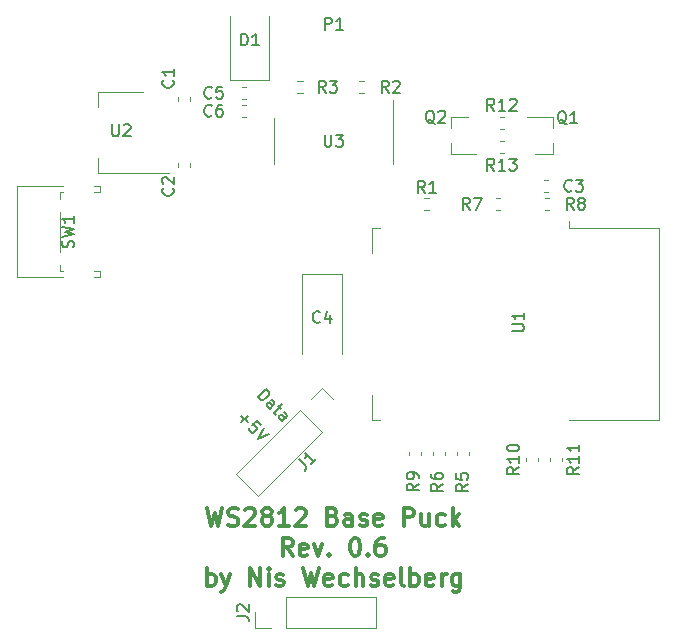
<source format=gbr>
%TF.GenerationSoftware,KiCad,Pcbnew,5.1.10-88a1d61d58~90~ubuntu20.04.1*%
%TF.CreationDate,2021-10-14T14:02:12+02:00*%
%TF.ProjectId,ESP8266-WS2812-Puck,45535038-3236-4362-9d57-53323831322d,rev?*%
%TF.SameCoordinates,Original*%
%TF.FileFunction,Legend,Top*%
%TF.FilePolarity,Positive*%
%FSLAX46Y46*%
G04 Gerber Fmt 4.6, Leading zero omitted, Abs format (unit mm)*
G04 Created by KiCad (PCBNEW 5.1.10-88a1d61d58~90~ubuntu20.04.1) date 2021-10-14 14:02:12*
%MOMM*%
%LPD*%
G01*
G04 APERTURE LIST*
%ADD10C,0.150000*%
%ADD11C,0.300000*%
%ADD12C,0.120000*%
G04 APERTURE END LIST*
D10*
X143433129Y-102670893D02*
X144140236Y-101963786D01*
X144308595Y-102132145D01*
X144375938Y-102266832D01*
X144375938Y-102401519D01*
X144342267Y-102502534D01*
X144241251Y-102670893D01*
X144140236Y-102771908D01*
X143971877Y-102872923D01*
X143870862Y-102906595D01*
X143736175Y-102906595D01*
X143601488Y-102839251D01*
X143433129Y-102670893D01*
X144443282Y-103681045D02*
X144813671Y-103310656D01*
X144847343Y-103209641D01*
X144813671Y-103108625D01*
X144678984Y-102973938D01*
X144577969Y-102940267D01*
X144476954Y-103647374D02*
X144375938Y-103613702D01*
X144207580Y-103445343D01*
X144173908Y-103344328D01*
X144207580Y-103243312D01*
X144274923Y-103175969D01*
X144375938Y-103142297D01*
X144476954Y-103175969D01*
X144645312Y-103344328D01*
X144746328Y-103378000D01*
X145150389Y-103445343D02*
X145419763Y-103714717D01*
X145487106Y-103310656D02*
X144881015Y-103916748D01*
X144847343Y-104017763D01*
X144881015Y-104118778D01*
X144948358Y-104186122D01*
X145487106Y-104724870D02*
X145857496Y-104354480D01*
X145891167Y-104253465D01*
X145857496Y-104152450D01*
X145722809Y-104017763D01*
X145621793Y-103984091D01*
X145520778Y-104691198D02*
X145419763Y-104657526D01*
X145251404Y-104489167D01*
X145217732Y-104388152D01*
X145251404Y-104287137D01*
X145318748Y-104219793D01*
X145419763Y-104186122D01*
X145520778Y-104219793D01*
X145689137Y-104388152D01*
X145790152Y-104421824D01*
X142042355Y-104297370D02*
X142581103Y-104836118D01*
X142042355Y-104836118D02*
X142581103Y-104297370D01*
X143692270Y-105071820D02*
X143355553Y-104735103D01*
X142985164Y-105038148D01*
X143052507Y-105038148D01*
X143153522Y-105071820D01*
X143321881Y-105240179D01*
X143355553Y-105341194D01*
X143355553Y-105408538D01*
X143321881Y-105509553D01*
X143153522Y-105677912D01*
X143052507Y-105711583D01*
X142985164Y-105711583D01*
X142884148Y-105677912D01*
X142715790Y-105509553D01*
X142682118Y-105408538D01*
X142682118Y-105341194D01*
X143927973Y-105307522D02*
X143456568Y-106250331D01*
X144399377Y-105778927D01*
D11*
X139145714Y-112071571D02*
X139502857Y-113571571D01*
X139788571Y-112500142D01*
X140074285Y-113571571D01*
X140431428Y-112071571D01*
X140931428Y-113500142D02*
X141145714Y-113571571D01*
X141502857Y-113571571D01*
X141645714Y-113500142D01*
X141717142Y-113428714D01*
X141788571Y-113285857D01*
X141788571Y-113143000D01*
X141717142Y-113000142D01*
X141645714Y-112928714D01*
X141502857Y-112857285D01*
X141217142Y-112785857D01*
X141074285Y-112714428D01*
X141002857Y-112643000D01*
X140931428Y-112500142D01*
X140931428Y-112357285D01*
X141002857Y-112214428D01*
X141074285Y-112143000D01*
X141217142Y-112071571D01*
X141574285Y-112071571D01*
X141788571Y-112143000D01*
X142360000Y-112214428D02*
X142431428Y-112143000D01*
X142574285Y-112071571D01*
X142931428Y-112071571D01*
X143074285Y-112143000D01*
X143145714Y-112214428D01*
X143217142Y-112357285D01*
X143217142Y-112500142D01*
X143145714Y-112714428D01*
X142288571Y-113571571D01*
X143217142Y-113571571D01*
X144074285Y-112714428D02*
X143931428Y-112643000D01*
X143860000Y-112571571D01*
X143788571Y-112428714D01*
X143788571Y-112357285D01*
X143860000Y-112214428D01*
X143931428Y-112143000D01*
X144074285Y-112071571D01*
X144360000Y-112071571D01*
X144502857Y-112143000D01*
X144574285Y-112214428D01*
X144645714Y-112357285D01*
X144645714Y-112428714D01*
X144574285Y-112571571D01*
X144502857Y-112643000D01*
X144360000Y-112714428D01*
X144074285Y-112714428D01*
X143931428Y-112785857D01*
X143860000Y-112857285D01*
X143788571Y-113000142D01*
X143788571Y-113285857D01*
X143860000Y-113428714D01*
X143931428Y-113500142D01*
X144074285Y-113571571D01*
X144360000Y-113571571D01*
X144502857Y-113500142D01*
X144574285Y-113428714D01*
X144645714Y-113285857D01*
X144645714Y-113000142D01*
X144574285Y-112857285D01*
X144502857Y-112785857D01*
X144360000Y-112714428D01*
X146074285Y-113571571D02*
X145217142Y-113571571D01*
X145645714Y-113571571D02*
X145645714Y-112071571D01*
X145502857Y-112285857D01*
X145360000Y-112428714D01*
X145217142Y-112500142D01*
X146645714Y-112214428D02*
X146717142Y-112143000D01*
X146860000Y-112071571D01*
X147217142Y-112071571D01*
X147360000Y-112143000D01*
X147431428Y-112214428D01*
X147502857Y-112357285D01*
X147502857Y-112500142D01*
X147431428Y-112714428D01*
X146574285Y-113571571D01*
X147502857Y-113571571D01*
X149788571Y-112785857D02*
X150002857Y-112857285D01*
X150074285Y-112928714D01*
X150145714Y-113071571D01*
X150145714Y-113285857D01*
X150074285Y-113428714D01*
X150002857Y-113500142D01*
X149860000Y-113571571D01*
X149288571Y-113571571D01*
X149288571Y-112071571D01*
X149788571Y-112071571D01*
X149931428Y-112143000D01*
X150002857Y-112214428D01*
X150074285Y-112357285D01*
X150074285Y-112500142D01*
X150002857Y-112643000D01*
X149931428Y-112714428D01*
X149788571Y-112785857D01*
X149288571Y-112785857D01*
X151431428Y-113571571D02*
X151431428Y-112785857D01*
X151360000Y-112643000D01*
X151217142Y-112571571D01*
X150931428Y-112571571D01*
X150788571Y-112643000D01*
X151431428Y-113500142D02*
X151288571Y-113571571D01*
X150931428Y-113571571D01*
X150788571Y-113500142D01*
X150717142Y-113357285D01*
X150717142Y-113214428D01*
X150788571Y-113071571D01*
X150931428Y-113000142D01*
X151288571Y-113000142D01*
X151431428Y-112928714D01*
X152074285Y-113500142D02*
X152217142Y-113571571D01*
X152502857Y-113571571D01*
X152645714Y-113500142D01*
X152717142Y-113357285D01*
X152717142Y-113285857D01*
X152645714Y-113143000D01*
X152502857Y-113071571D01*
X152288571Y-113071571D01*
X152145714Y-113000142D01*
X152074285Y-112857285D01*
X152074285Y-112785857D01*
X152145714Y-112643000D01*
X152288571Y-112571571D01*
X152502857Y-112571571D01*
X152645714Y-112643000D01*
X153931428Y-113500142D02*
X153788571Y-113571571D01*
X153502857Y-113571571D01*
X153360000Y-113500142D01*
X153288571Y-113357285D01*
X153288571Y-112785857D01*
X153360000Y-112643000D01*
X153502857Y-112571571D01*
X153788571Y-112571571D01*
X153931428Y-112643000D01*
X154002857Y-112785857D01*
X154002857Y-112928714D01*
X153288571Y-113071571D01*
X155788571Y-113571571D02*
X155788571Y-112071571D01*
X156360000Y-112071571D01*
X156502857Y-112143000D01*
X156574285Y-112214428D01*
X156645714Y-112357285D01*
X156645714Y-112571571D01*
X156574285Y-112714428D01*
X156502857Y-112785857D01*
X156360000Y-112857285D01*
X155788571Y-112857285D01*
X157931428Y-112571571D02*
X157931428Y-113571571D01*
X157288571Y-112571571D02*
X157288571Y-113357285D01*
X157360000Y-113500142D01*
X157502857Y-113571571D01*
X157717142Y-113571571D01*
X157860000Y-113500142D01*
X157931428Y-113428714D01*
X159288571Y-113500142D02*
X159145714Y-113571571D01*
X158860000Y-113571571D01*
X158717142Y-113500142D01*
X158645714Y-113428714D01*
X158574285Y-113285857D01*
X158574285Y-112857285D01*
X158645714Y-112714428D01*
X158717142Y-112643000D01*
X158860000Y-112571571D01*
X159145714Y-112571571D01*
X159288571Y-112643000D01*
X159931428Y-113571571D02*
X159931428Y-112071571D01*
X160074285Y-113000142D02*
X160502857Y-113571571D01*
X160502857Y-112571571D02*
X159931428Y-113143000D01*
X146395714Y-116121571D02*
X145895714Y-115407285D01*
X145538571Y-116121571D02*
X145538571Y-114621571D01*
X146110000Y-114621571D01*
X146252857Y-114693000D01*
X146324285Y-114764428D01*
X146395714Y-114907285D01*
X146395714Y-115121571D01*
X146324285Y-115264428D01*
X146252857Y-115335857D01*
X146110000Y-115407285D01*
X145538571Y-115407285D01*
X147610000Y-116050142D02*
X147467142Y-116121571D01*
X147181428Y-116121571D01*
X147038571Y-116050142D01*
X146967142Y-115907285D01*
X146967142Y-115335857D01*
X147038571Y-115193000D01*
X147181428Y-115121571D01*
X147467142Y-115121571D01*
X147610000Y-115193000D01*
X147681428Y-115335857D01*
X147681428Y-115478714D01*
X146967142Y-115621571D01*
X148181428Y-115121571D02*
X148538571Y-116121571D01*
X148895714Y-115121571D01*
X149467142Y-115978714D02*
X149538571Y-116050142D01*
X149467142Y-116121571D01*
X149395714Y-116050142D01*
X149467142Y-115978714D01*
X149467142Y-116121571D01*
X151610000Y-114621571D02*
X151752857Y-114621571D01*
X151895714Y-114693000D01*
X151967142Y-114764428D01*
X152038571Y-114907285D01*
X152110000Y-115193000D01*
X152110000Y-115550142D01*
X152038571Y-115835857D01*
X151967142Y-115978714D01*
X151895714Y-116050142D01*
X151752857Y-116121571D01*
X151610000Y-116121571D01*
X151467142Y-116050142D01*
X151395714Y-115978714D01*
X151324285Y-115835857D01*
X151252857Y-115550142D01*
X151252857Y-115193000D01*
X151324285Y-114907285D01*
X151395714Y-114764428D01*
X151467142Y-114693000D01*
X151610000Y-114621571D01*
X152752857Y-115978714D02*
X152824285Y-116050142D01*
X152752857Y-116121571D01*
X152681428Y-116050142D01*
X152752857Y-115978714D01*
X152752857Y-116121571D01*
X154110000Y-114621571D02*
X153824285Y-114621571D01*
X153681428Y-114693000D01*
X153610000Y-114764428D01*
X153467142Y-114978714D01*
X153395714Y-115264428D01*
X153395714Y-115835857D01*
X153467142Y-115978714D01*
X153538571Y-116050142D01*
X153681428Y-116121571D01*
X153967142Y-116121571D01*
X154110000Y-116050142D01*
X154181428Y-115978714D01*
X154252857Y-115835857D01*
X154252857Y-115478714D01*
X154181428Y-115335857D01*
X154110000Y-115264428D01*
X153967142Y-115193000D01*
X153681428Y-115193000D01*
X153538571Y-115264428D01*
X153467142Y-115335857D01*
X153395714Y-115478714D01*
X139145714Y-118671571D02*
X139145714Y-117171571D01*
X139145714Y-117743000D02*
X139288571Y-117671571D01*
X139574285Y-117671571D01*
X139717142Y-117743000D01*
X139788571Y-117814428D01*
X139860000Y-117957285D01*
X139860000Y-118385857D01*
X139788571Y-118528714D01*
X139717142Y-118600142D01*
X139574285Y-118671571D01*
X139288571Y-118671571D01*
X139145714Y-118600142D01*
X140360000Y-117671571D02*
X140717142Y-118671571D01*
X141074285Y-117671571D02*
X140717142Y-118671571D01*
X140574285Y-119028714D01*
X140502857Y-119100142D01*
X140360000Y-119171571D01*
X142788571Y-118671571D02*
X142788571Y-117171571D01*
X143645714Y-118671571D01*
X143645714Y-117171571D01*
X144360000Y-118671571D02*
X144360000Y-117671571D01*
X144360000Y-117171571D02*
X144288571Y-117243000D01*
X144360000Y-117314428D01*
X144431428Y-117243000D01*
X144360000Y-117171571D01*
X144360000Y-117314428D01*
X145002857Y-118600142D02*
X145145714Y-118671571D01*
X145431428Y-118671571D01*
X145574285Y-118600142D01*
X145645714Y-118457285D01*
X145645714Y-118385857D01*
X145574285Y-118243000D01*
X145431428Y-118171571D01*
X145217142Y-118171571D01*
X145074285Y-118100142D01*
X145002857Y-117957285D01*
X145002857Y-117885857D01*
X145074285Y-117743000D01*
X145217142Y-117671571D01*
X145431428Y-117671571D01*
X145574285Y-117743000D01*
X147288571Y-117171571D02*
X147645714Y-118671571D01*
X147931428Y-117600142D01*
X148217142Y-118671571D01*
X148574285Y-117171571D01*
X149717142Y-118600142D02*
X149574285Y-118671571D01*
X149288571Y-118671571D01*
X149145714Y-118600142D01*
X149074285Y-118457285D01*
X149074285Y-117885857D01*
X149145714Y-117743000D01*
X149288571Y-117671571D01*
X149574285Y-117671571D01*
X149717142Y-117743000D01*
X149788571Y-117885857D01*
X149788571Y-118028714D01*
X149074285Y-118171571D01*
X151074285Y-118600142D02*
X150931428Y-118671571D01*
X150645714Y-118671571D01*
X150502857Y-118600142D01*
X150431428Y-118528714D01*
X150360000Y-118385857D01*
X150360000Y-117957285D01*
X150431428Y-117814428D01*
X150502857Y-117743000D01*
X150645714Y-117671571D01*
X150931428Y-117671571D01*
X151074285Y-117743000D01*
X151717142Y-118671571D02*
X151717142Y-117171571D01*
X152360000Y-118671571D02*
X152360000Y-117885857D01*
X152288571Y-117743000D01*
X152145714Y-117671571D01*
X151931428Y-117671571D01*
X151788571Y-117743000D01*
X151717142Y-117814428D01*
X153002857Y-118600142D02*
X153145714Y-118671571D01*
X153431428Y-118671571D01*
X153574285Y-118600142D01*
X153645714Y-118457285D01*
X153645714Y-118385857D01*
X153574285Y-118243000D01*
X153431428Y-118171571D01*
X153217142Y-118171571D01*
X153074285Y-118100142D01*
X153002857Y-117957285D01*
X153002857Y-117885857D01*
X153074285Y-117743000D01*
X153217142Y-117671571D01*
X153431428Y-117671571D01*
X153574285Y-117743000D01*
X154860000Y-118600142D02*
X154717142Y-118671571D01*
X154431428Y-118671571D01*
X154288571Y-118600142D01*
X154217142Y-118457285D01*
X154217142Y-117885857D01*
X154288571Y-117743000D01*
X154431428Y-117671571D01*
X154717142Y-117671571D01*
X154860000Y-117743000D01*
X154931428Y-117885857D01*
X154931428Y-118028714D01*
X154217142Y-118171571D01*
X155788571Y-118671571D02*
X155645714Y-118600142D01*
X155574285Y-118457285D01*
X155574285Y-117171571D01*
X156360000Y-118671571D02*
X156360000Y-117171571D01*
X156360000Y-117743000D02*
X156502857Y-117671571D01*
X156788571Y-117671571D01*
X156931428Y-117743000D01*
X157002857Y-117814428D01*
X157074285Y-117957285D01*
X157074285Y-118385857D01*
X157002857Y-118528714D01*
X156931428Y-118600142D01*
X156788571Y-118671571D01*
X156502857Y-118671571D01*
X156360000Y-118600142D01*
X158288571Y-118600142D02*
X158145714Y-118671571D01*
X157860000Y-118671571D01*
X157717142Y-118600142D01*
X157645714Y-118457285D01*
X157645714Y-117885857D01*
X157717142Y-117743000D01*
X157860000Y-117671571D01*
X158145714Y-117671571D01*
X158288571Y-117743000D01*
X158360000Y-117885857D01*
X158360000Y-118028714D01*
X157645714Y-118171571D01*
X159002857Y-118671571D02*
X159002857Y-117671571D01*
X159002857Y-117957285D02*
X159074285Y-117814428D01*
X159145714Y-117743000D01*
X159288571Y-117671571D01*
X159431428Y-117671571D01*
X160574285Y-117671571D02*
X160574285Y-118885857D01*
X160502857Y-119028714D01*
X160431428Y-119100142D01*
X160288571Y-119171571D01*
X160074285Y-119171571D01*
X159931428Y-119100142D01*
X160574285Y-118600142D02*
X160431428Y-118671571D01*
X160145714Y-118671571D01*
X160002857Y-118600142D01*
X159931428Y-118528714D01*
X159860000Y-118385857D01*
X159860000Y-117957285D01*
X159931428Y-117814428D01*
X160002857Y-117743000D01*
X160145714Y-117671571D01*
X160431428Y-117671571D01*
X160574285Y-117743000D01*
D12*
%TO.C,SW1*%
X126700000Y-90382000D02*
X126700000Y-86982000D01*
X126700000Y-92022000D02*
X126700000Y-91482000D01*
X129530000Y-84822000D02*
X130040000Y-84822000D01*
X130040000Y-85342000D02*
X130040000Y-84822000D01*
X129530000Y-85342000D02*
X130040000Y-85342000D01*
X126700000Y-85882000D02*
X126700000Y-85342000D01*
X129530000Y-92542000D02*
X130040000Y-92542000D01*
X129530000Y-92022000D02*
X130040000Y-92022000D01*
X126700000Y-85342000D02*
X126930000Y-85342000D01*
X123030000Y-92542000D02*
X126930000Y-92542000D01*
X130040000Y-92542000D02*
X130040000Y-92022000D01*
X123030000Y-84822000D02*
X126930000Y-84822000D01*
X123030000Y-92542000D02*
X123030000Y-84822000D01*
X126700000Y-92022000D02*
X126930000Y-92022000D01*
%TO.C,C6*%
X142077221Y-78996000D02*
X142402779Y-78996000D01*
X142077221Y-77976000D02*
X142402779Y-77976000D01*
%TO.C,J1*%
X141574942Y-109192648D02*
X143455846Y-111073552D01*
X147005522Y-103762068D02*
X141574942Y-109192648D01*
X148886426Y-105642972D02*
X143455846Y-111073552D01*
X147005522Y-103762068D02*
X148886426Y-105642972D01*
X147903548Y-102864042D02*
X148844000Y-101923590D01*
X148844000Y-101923590D02*
X149784452Y-102864042D01*
%TO.C,R5*%
X160272000Y-107304721D02*
X160272000Y-107630279D01*
X161292000Y-107304721D02*
X161292000Y-107630279D01*
%TO.C,R12*%
X164246779Y-78992000D02*
X163921221Y-78992000D01*
X164246779Y-80012000D02*
X163921221Y-80012000D01*
%TO.C,U3*%
X144800000Y-81026000D02*
X144800000Y-82976000D01*
X144800000Y-81026000D02*
X144800000Y-79076000D01*
X154920000Y-81026000D02*
X154920000Y-82976000D01*
X154920000Y-81026000D02*
X154920000Y-77576000D01*
%TO.C,R3*%
X146765742Y-76976500D02*
X147240258Y-76976500D01*
X146765742Y-75931500D02*
X147240258Y-75931500D01*
%TO.C,R2*%
X152446258Y-75931500D02*
X151971742Y-75931500D01*
X152446258Y-76976500D02*
X151971742Y-76976500D01*
%TO.C,R1*%
X157496742Y-86882500D02*
X157971258Y-86882500D01*
X157496742Y-85837500D02*
X157971258Y-85837500D01*
%TO.C,J2*%
X143196000Y-122234000D02*
X143196000Y-120904000D01*
X144526000Y-122234000D02*
X143196000Y-122234000D01*
X145796000Y-122234000D02*
X145796000Y-119574000D01*
X145796000Y-119574000D02*
X153476000Y-119574000D01*
X145796000Y-122234000D02*
X153476000Y-122234000D01*
X153476000Y-122234000D02*
X153476000Y-119574000D01*
%TO.C,C4*%
X147184800Y-92252000D02*
X147184800Y-99012000D01*
X150604800Y-92252000D02*
X147184800Y-92252000D01*
X150604800Y-99012000D02*
X150604800Y-92252000D01*
%TO.C,U1*%
X177372400Y-88349200D02*
X177372400Y-104589200D01*
X177372400Y-104589200D02*
X169752400Y-104589200D01*
X153752400Y-104589200D02*
X153132400Y-104589200D01*
X153132400Y-104589200D02*
X153132400Y-102469200D01*
X153132400Y-90469200D02*
X153132400Y-88349200D01*
X153132400Y-88349200D02*
X153752400Y-88349200D01*
X169752400Y-88349200D02*
X177372400Y-88349200D01*
X169752400Y-88349200D02*
X169752400Y-87739200D01*
%TO.C,C5*%
X142077221Y-76452000D02*
X142402779Y-76452000D01*
X142077221Y-77472000D02*
X142402779Y-77472000D01*
%TO.C,Q1*%
X168400000Y-82098000D02*
X168400000Y-81168000D01*
X168400000Y-78938000D02*
X168400000Y-79868000D01*
X168400000Y-78938000D02*
X166240000Y-78938000D01*
X168400000Y-82098000D02*
X166940000Y-82098000D01*
%TO.C,Q2*%
X159768000Y-78938000D02*
X161228000Y-78938000D01*
X159768000Y-82098000D02*
X161928000Y-82098000D01*
X159768000Y-82098000D02*
X159768000Y-81168000D01*
X159768000Y-78938000D02*
X159768000Y-79868000D01*
%TO.C,U2*%
X129916000Y-76854000D02*
X129916000Y-78114000D01*
X129916000Y-83674000D02*
X129916000Y-82414000D01*
X133676000Y-76854000D02*
X129916000Y-76854000D01*
X135926000Y-83674000D02*
X129916000Y-83674000D01*
%TO.C,C1*%
X136650000Y-77281721D02*
X136650000Y-77607279D01*
X137670000Y-77281721D02*
X137670000Y-77607279D01*
%TO.C,C2*%
X137670000Y-82869721D02*
X137670000Y-83195279D01*
X136650000Y-82869721D02*
X136650000Y-83195279D01*
%TO.C,C3*%
X168031279Y-84326000D02*
X167705721Y-84326000D01*
X168031279Y-85346000D02*
X167705721Y-85346000D01*
%TO.C,D1*%
X141098000Y-75822000D02*
X141098000Y-70422000D01*
X144398000Y-75822000D02*
X144398000Y-70422000D01*
X141098000Y-75822000D02*
X144398000Y-75822000D01*
%TO.C,R6*%
X158240000Y-107304721D02*
X158240000Y-107630279D01*
X159260000Y-107304721D02*
X159260000Y-107630279D01*
%TO.C,R7*%
X163967279Y-86870000D02*
X163641721Y-86870000D01*
X163967279Y-85850000D02*
X163641721Y-85850000D01*
%TO.C,R8*%
X168082279Y-85850000D02*
X167756721Y-85850000D01*
X168082279Y-86870000D02*
X167756721Y-86870000D01*
%TO.C,R9*%
X157228000Y-107304721D02*
X157228000Y-107630279D01*
X156208000Y-107304721D02*
X156208000Y-107630279D01*
%TO.C,R10*%
X166114000Y-107812721D02*
X166114000Y-108138279D01*
X167134000Y-107812721D02*
X167134000Y-108138279D01*
%TO.C,R11*%
X169166000Y-107812721D02*
X169166000Y-108138279D01*
X168146000Y-107812721D02*
X168146000Y-108138279D01*
%TO.C,R13*%
X163921221Y-81024000D02*
X164246779Y-81024000D01*
X163921221Y-82044000D02*
X164246779Y-82044000D01*
%TO.C,SW1*%
D10*
X127814761Y-90015333D02*
X127862380Y-89872476D01*
X127862380Y-89634380D01*
X127814761Y-89539142D01*
X127767142Y-89491523D01*
X127671904Y-89443904D01*
X127576666Y-89443904D01*
X127481428Y-89491523D01*
X127433809Y-89539142D01*
X127386190Y-89634380D01*
X127338571Y-89824857D01*
X127290952Y-89920095D01*
X127243333Y-89967714D01*
X127148095Y-90015333D01*
X127052857Y-90015333D01*
X126957619Y-89967714D01*
X126910000Y-89920095D01*
X126862380Y-89824857D01*
X126862380Y-89586761D01*
X126910000Y-89443904D01*
X126862380Y-89110571D02*
X127862380Y-88872476D01*
X127148095Y-88682000D01*
X127862380Y-88491523D01*
X126862380Y-88253428D01*
X127862380Y-87348666D02*
X127862380Y-87920095D01*
X127862380Y-87634380D02*
X126862380Y-87634380D01*
X127005238Y-87729619D01*
X127100476Y-87824857D01*
X127148095Y-87920095D01*
%TO.C,C6*%
X139533333Y-78843142D02*
X139485714Y-78890761D01*
X139342857Y-78938380D01*
X139247619Y-78938380D01*
X139104761Y-78890761D01*
X139009523Y-78795523D01*
X138961904Y-78700285D01*
X138914285Y-78509809D01*
X138914285Y-78366952D01*
X138961904Y-78176476D01*
X139009523Y-78081238D01*
X139104761Y-77986000D01*
X139247619Y-77938380D01*
X139342857Y-77938380D01*
X139485714Y-77986000D01*
X139533333Y-78033619D01*
X140390476Y-77938380D02*
X140200000Y-77938380D01*
X140104761Y-77986000D01*
X140057142Y-78033619D01*
X139961904Y-78176476D01*
X139914285Y-78366952D01*
X139914285Y-78747904D01*
X139961904Y-78843142D01*
X140009523Y-78890761D01*
X140104761Y-78938380D01*
X140295238Y-78938380D01*
X140390476Y-78890761D01*
X140438095Y-78843142D01*
X140485714Y-78747904D01*
X140485714Y-78509809D01*
X140438095Y-78414571D01*
X140390476Y-78366952D01*
X140295238Y-78319333D01*
X140104761Y-78319333D01*
X140009523Y-78366952D01*
X139961904Y-78414571D01*
X139914285Y-78509809D01*
%TO.C,J1*%
X146963836Y-107963494D02*
X147468912Y-108468570D01*
X147536256Y-108603257D01*
X147536256Y-108737944D01*
X147468912Y-108872631D01*
X147401569Y-108939974D01*
X148378050Y-107963494D02*
X147973989Y-108367555D01*
X148176019Y-108165524D02*
X147468912Y-107458417D01*
X147502584Y-107626776D01*
X147502584Y-107761463D01*
X147468912Y-107862478D01*
%TO.C,R5*%
X161234380Y-110047166D02*
X160758190Y-110380500D01*
X161234380Y-110618595D02*
X160234380Y-110618595D01*
X160234380Y-110237642D01*
X160282000Y-110142404D01*
X160329619Y-110094785D01*
X160424857Y-110047166D01*
X160567714Y-110047166D01*
X160662952Y-110094785D01*
X160710571Y-110142404D01*
X160758190Y-110237642D01*
X160758190Y-110618595D01*
X160234380Y-109142404D02*
X160234380Y-109618595D01*
X160710571Y-109666214D01*
X160662952Y-109618595D01*
X160615333Y-109523357D01*
X160615333Y-109285261D01*
X160662952Y-109190023D01*
X160710571Y-109142404D01*
X160805809Y-109094785D01*
X161043904Y-109094785D01*
X161139142Y-109142404D01*
X161186761Y-109190023D01*
X161234380Y-109285261D01*
X161234380Y-109523357D01*
X161186761Y-109618595D01*
X161139142Y-109666214D01*
%TO.C,R12*%
X163441142Y-78430380D02*
X163107809Y-77954190D01*
X162869714Y-78430380D02*
X162869714Y-77430380D01*
X163250666Y-77430380D01*
X163345904Y-77478000D01*
X163393523Y-77525619D01*
X163441142Y-77620857D01*
X163441142Y-77763714D01*
X163393523Y-77858952D01*
X163345904Y-77906571D01*
X163250666Y-77954190D01*
X162869714Y-77954190D01*
X164393523Y-78430380D02*
X163822095Y-78430380D01*
X164107809Y-78430380D02*
X164107809Y-77430380D01*
X164012571Y-77573238D01*
X163917333Y-77668476D01*
X163822095Y-77716095D01*
X164774476Y-77525619D02*
X164822095Y-77478000D01*
X164917333Y-77430380D01*
X165155428Y-77430380D01*
X165250666Y-77478000D01*
X165298285Y-77525619D01*
X165345904Y-77620857D01*
X165345904Y-77716095D01*
X165298285Y-77858952D01*
X164726857Y-78430380D01*
X165345904Y-78430380D01*
%TO.C,U3*%
X149098095Y-80478380D02*
X149098095Y-81287904D01*
X149145714Y-81383142D01*
X149193333Y-81430761D01*
X149288571Y-81478380D01*
X149479047Y-81478380D01*
X149574285Y-81430761D01*
X149621904Y-81383142D01*
X149669523Y-81287904D01*
X149669523Y-80478380D01*
X150050476Y-80478380D02*
X150669523Y-80478380D01*
X150336190Y-80859333D01*
X150479047Y-80859333D01*
X150574285Y-80906952D01*
X150621904Y-80954571D01*
X150669523Y-81049809D01*
X150669523Y-81287904D01*
X150621904Y-81383142D01*
X150574285Y-81430761D01*
X150479047Y-81478380D01*
X150193333Y-81478380D01*
X150098095Y-81430761D01*
X150050476Y-81383142D01*
%TO.C,R3*%
X149185333Y-76906380D02*
X148852000Y-76430190D01*
X148613904Y-76906380D02*
X148613904Y-75906380D01*
X148994857Y-75906380D01*
X149090095Y-75954000D01*
X149137714Y-76001619D01*
X149185333Y-76096857D01*
X149185333Y-76239714D01*
X149137714Y-76334952D01*
X149090095Y-76382571D01*
X148994857Y-76430190D01*
X148613904Y-76430190D01*
X149518666Y-75906380D02*
X150137714Y-75906380D01*
X149804380Y-76287333D01*
X149947238Y-76287333D01*
X150042476Y-76334952D01*
X150090095Y-76382571D01*
X150137714Y-76477809D01*
X150137714Y-76715904D01*
X150090095Y-76811142D01*
X150042476Y-76858761D01*
X149947238Y-76906380D01*
X149661523Y-76906380D01*
X149566285Y-76858761D01*
X149518666Y-76811142D01*
%TO.C,R2*%
X154519333Y-76906380D02*
X154186000Y-76430190D01*
X153947904Y-76906380D02*
X153947904Y-75906380D01*
X154328857Y-75906380D01*
X154424095Y-75954000D01*
X154471714Y-76001619D01*
X154519333Y-76096857D01*
X154519333Y-76239714D01*
X154471714Y-76334952D01*
X154424095Y-76382571D01*
X154328857Y-76430190D01*
X153947904Y-76430190D01*
X154900285Y-76001619D02*
X154947904Y-75954000D01*
X155043142Y-75906380D01*
X155281238Y-75906380D01*
X155376476Y-75954000D01*
X155424095Y-76001619D01*
X155471714Y-76096857D01*
X155471714Y-76192095D01*
X155424095Y-76334952D01*
X154852666Y-76906380D01*
X155471714Y-76906380D01*
%TO.C,R1*%
X157567333Y-85382380D02*
X157234000Y-84906190D01*
X156995904Y-85382380D02*
X156995904Y-84382380D01*
X157376857Y-84382380D01*
X157472095Y-84430000D01*
X157519714Y-84477619D01*
X157567333Y-84572857D01*
X157567333Y-84715714D01*
X157519714Y-84810952D01*
X157472095Y-84858571D01*
X157376857Y-84906190D01*
X156995904Y-84906190D01*
X158519714Y-85382380D02*
X157948285Y-85382380D01*
X158234000Y-85382380D02*
X158234000Y-84382380D01*
X158138761Y-84525238D01*
X158043523Y-84620476D01*
X157948285Y-84668095D01*
%TO.C,P1*%
X149121904Y-71572380D02*
X149121904Y-70572380D01*
X149502857Y-70572380D01*
X149598095Y-70620000D01*
X149645714Y-70667619D01*
X149693333Y-70762857D01*
X149693333Y-70905714D01*
X149645714Y-71000952D01*
X149598095Y-71048571D01*
X149502857Y-71096190D01*
X149121904Y-71096190D01*
X150645714Y-71572380D02*
X150074285Y-71572380D01*
X150360000Y-71572380D02*
X150360000Y-70572380D01*
X150264761Y-70715238D01*
X150169523Y-70810476D01*
X150074285Y-70858095D01*
%TO.C,J2*%
X141648380Y-121237333D02*
X142362666Y-121237333D01*
X142505523Y-121284952D01*
X142600761Y-121380190D01*
X142648380Y-121523047D01*
X142648380Y-121618285D01*
X141743619Y-120808761D02*
X141696000Y-120761142D01*
X141648380Y-120665904D01*
X141648380Y-120427809D01*
X141696000Y-120332571D01*
X141743619Y-120284952D01*
X141838857Y-120237333D01*
X141934095Y-120237333D01*
X142076952Y-120284952D01*
X142648380Y-120856380D01*
X142648380Y-120237333D01*
%TO.C,C4*%
X148702733Y-96318342D02*
X148655114Y-96365961D01*
X148512257Y-96413580D01*
X148417019Y-96413580D01*
X148274161Y-96365961D01*
X148178923Y-96270723D01*
X148131304Y-96175485D01*
X148083685Y-95985009D01*
X148083685Y-95842152D01*
X148131304Y-95651676D01*
X148178923Y-95556438D01*
X148274161Y-95461200D01*
X148417019Y-95413580D01*
X148512257Y-95413580D01*
X148655114Y-95461200D01*
X148702733Y-95508819D01*
X149559876Y-95746914D02*
X149559876Y-96413580D01*
X149321780Y-95365961D02*
X149083685Y-96080247D01*
X149702733Y-96080247D01*
%TO.C,U1*%
X164958780Y-97104104D02*
X165768304Y-97104104D01*
X165863542Y-97056485D01*
X165911161Y-97008866D01*
X165958780Y-96913628D01*
X165958780Y-96723152D01*
X165911161Y-96627914D01*
X165863542Y-96580295D01*
X165768304Y-96532676D01*
X164958780Y-96532676D01*
X165958780Y-95532676D02*
X165958780Y-96104104D01*
X165958780Y-95818390D02*
X164958780Y-95818390D01*
X165101638Y-95913628D01*
X165196876Y-96008866D01*
X165244495Y-96104104D01*
%TO.C,C5*%
X139533333Y-77319142D02*
X139485714Y-77366761D01*
X139342857Y-77414380D01*
X139247619Y-77414380D01*
X139104761Y-77366761D01*
X139009523Y-77271523D01*
X138961904Y-77176285D01*
X138914285Y-76985809D01*
X138914285Y-76842952D01*
X138961904Y-76652476D01*
X139009523Y-76557238D01*
X139104761Y-76462000D01*
X139247619Y-76414380D01*
X139342857Y-76414380D01*
X139485714Y-76462000D01*
X139533333Y-76509619D01*
X140438095Y-76414380D02*
X139961904Y-76414380D01*
X139914285Y-76890571D01*
X139961904Y-76842952D01*
X140057142Y-76795333D01*
X140295238Y-76795333D01*
X140390476Y-76842952D01*
X140438095Y-76890571D01*
X140485714Y-76985809D01*
X140485714Y-77223904D01*
X140438095Y-77319142D01*
X140390476Y-77366761D01*
X140295238Y-77414380D01*
X140057142Y-77414380D01*
X139961904Y-77366761D01*
X139914285Y-77319142D01*
%TO.C,Q1*%
X169576761Y-79582219D02*
X169481523Y-79534600D01*
X169386285Y-79439361D01*
X169243428Y-79296504D01*
X169148190Y-79248885D01*
X169052952Y-79248885D01*
X169100571Y-79486980D02*
X169005333Y-79439361D01*
X168910095Y-79344123D01*
X168862476Y-79153647D01*
X168862476Y-78820314D01*
X168910095Y-78629838D01*
X169005333Y-78534600D01*
X169100571Y-78486980D01*
X169291047Y-78486980D01*
X169386285Y-78534600D01*
X169481523Y-78629838D01*
X169529142Y-78820314D01*
X169529142Y-79153647D01*
X169481523Y-79344123D01*
X169386285Y-79439361D01*
X169291047Y-79486980D01*
X169100571Y-79486980D01*
X170481523Y-79486980D02*
X169910095Y-79486980D01*
X170195809Y-79486980D02*
X170195809Y-78486980D01*
X170100571Y-78629838D01*
X170005333Y-78725076D01*
X169910095Y-78772695D01*
%TO.C,Q2*%
X158400761Y-79541619D02*
X158305523Y-79494000D01*
X158210285Y-79398761D01*
X158067428Y-79255904D01*
X157972190Y-79208285D01*
X157876952Y-79208285D01*
X157924571Y-79446380D02*
X157829333Y-79398761D01*
X157734095Y-79303523D01*
X157686476Y-79113047D01*
X157686476Y-78779714D01*
X157734095Y-78589238D01*
X157829333Y-78494000D01*
X157924571Y-78446380D01*
X158115047Y-78446380D01*
X158210285Y-78494000D01*
X158305523Y-78589238D01*
X158353142Y-78779714D01*
X158353142Y-79113047D01*
X158305523Y-79303523D01*
X158210285Y-79398761D01*
X158115047Y-79446380D01*
X157924571Y-79446380D01*
X158734095Y-78541619D02*
X158781714Y-78494000D01*
X158876952Y-78446380D01*
X159115047Y-78446380D01*
X159210285Y-78494000D01*
X159257904Y-78541619D01*
X159305523Y-78636857D01*
X159305523Y-78732095D01*
X159257904Y-78874952D01*
X158686476Y-79446380D01*
X159305523Y-79446380D01*
%TO.C,U2*%
X131089095Y-79589380D02*
X131089095Y-80398904D01*
X131136714Y-80494142D01*
X131184333Y-80541761D01*
X131279571Y-80589380D01*
X131470047Y-80589380D01*
X131565285Y-80541761D01*
X131612904Y-80494142D01*
X131660523Y-80398904D01*
X131660523Y-79589380D01*
X132089095Y-79684619D02*
X132136714Y-79637000D01*
X132231952Y-79589380D01*
X132470047Y-79589380D01*
X132565285Y-79637000D01*
X132612904Y-79684619D01*
X132660523Y-79779857D01*
X132660523Y-79875095D01*
X132612904Y-80017952D01*
X132041476Y-80589380D01*
X132660523Y-80589380D01*
%TO.C,C1*%
X136247142Y-75858666D02*
X136294761Y-75906285D01*
X136342380Y-76049142D01*
X136342380Y-76144380D01*
X136294761Y-76287238D01*
X136199523Y-76382476D01*
X136104285Y-76430095D01*
X135913809Y-76477714D01*
X135770952Y-76477714D01*
X135580476Y-76430095D01*
X135485238Y-76382476D01*
X135390000Y-76287238D01*
X135342380Y-76144380D01*
X135342380Y-76049142D01*
X135390000Y-75906285D01*
X135437619Y-75858666D01*
X136342380Y-74906285D02*
X136342380Y-75477714D01*
X136342380Y-75192000D02*
X135342380Y-75192000D01*
X135485238Y-75287238D01*
X135580476Y-75382476D01*
X135628095Y-75477714D01*
%TO.C,C2*%
X136247142Y-85002666D02*
X136294761Y-85050285D01*
X136342380Y-85193142D01*
X136342380Y-85288380D01*
X136294761Y-85431238D01*
X136199523Y-85526476D01*
X136104285Y-85574095D01*
X135913809Y-85621714D01*
X135770952Y-85621714D01*
X135580476Y-85574095D01*
X135485238Y-85526476D01*
X135390000Y-85431238D01*
X135342380Y-85288380D01*
X135342380Y-85193142D01*
X135390000Y-85050285D01*
X135437619Y-85002666D01*
X135437619Y-84621714D02*
X135390000Y-84574095D01*
X135342380Y-84478857D01*
X135342380Y-84240761D01*
X135390000Y-84145523D01*
X135437619Y-84097904D01*
X135532857Y-84050285D01*
X135628095Y-84050285D01*
X135770952Y-84097904D01*
X136342380Y-84669333D01*
X136342380Y-84050285D01*
%TO.C,C3*%
X170013333Y-85193142D02*
X169965714Y-85240761D01*
X169822857Y-85288380D01*
X169727619Y-85288380D01*
X169584761Y-85240761D01*
X169489523Y-85145523D01*
X169441904Y-85050285D01*
X169394285Y-84859809D01*
X169394285Y-84716952D01*
X169441904Y-84526476D01*
X169489523Y-84431238D01*
X169584761Y-84336000D01*
X169727619Y-84288380D01*
X169822857Y-84288380D01*
X169965714Y-84336000D01*
X170013333Y-84383619D01*
X170346666Y-84288380D02*
X170965714Y-84288380D01*
X170632380Y-84669333D01*
X170775238Y-84669333D01*
X170870476Y-84716952D01*
X170918095Y-84764571D01*
X170965714Y-84859809D01*
X170965714Y-85097904D01*
X170918095Y-85193142D01*
X170870476Y-85240761D01*
X170775238Y-85288380D01*
X170489523Y-85288380D01*
X170394285Y-85240761D01*
X170346666Y-85193142D01*
%TO.C,D1*%
X142009904Y-72906380D02*
X142009904Y-71906380D01*
X142248000Y-71906380D01*
X142390857Y-71954000D01*
X142486095Y-72049238D01*
X142533714Y-72144476D01*
X142581333Y-72334952D01*
X142581333Y-72477809D01*
X142533714Y-72668285D01*
X142486095Y-72763523D01*
X142390857Y-72858761D01*
X142248000Y-72906380D01*
X142009904Y-72906380D01*
X143533714Y-72906380D02*
X142962285Y-72906380D01*
X143248000Y-72906380D02*
X143248000Y-71906380D01*
X143152761Y-72049238D01*
X143057523Y-72144476D01*
X142962285Y-72192095D01*
%TO.C,R6*%
X159075380Y-110033166D02*
X158599190Y-110366500D01*
X159075380Y-110604595D02*
X158075380Y-110604595D01*
X158075380Y-110223642D01*
X158123000Y-110128404D01*
X158170619Y-110080785D01*
X158265857Y-110033166D01*
X158408714Y-110033166D01*
X158503952Y-110080785D01*
X158551571Y-110128404D01*
X158599190Y-110223642D01*
X158599190Y-110604595D01*
X158075380Y-109176023D02*
X158075380Y-109366500D01*
X158123000Y-109461738D01*
X158170619Y-109509357D01*
X158313476Y-109604595D01*
X158503952Y-109652214D01*
X158884904Y-109652214D01*
X158980142Y-109604595D01*
X159027761Y-109556976D01*
X159075380Y-109461738D01*
X159075380Y-109271261D01*
X159027761Y-109176023D01*
X158980142Y-109128404D01*
X158884904Y-109080785D01*
X158646809Y-109080785D01*
X158551571Y-109128404D01*
X158503952Y-109176023D01*
X158456333Y-109271261D01*
X158456333Y-109461738D01*
X158503952Y-109556976D01*
X158551571Y-109604595D01*
X158646809Y-109652214D01*
%TO.C,R7*%
X161377333Y-86812380D02*
X161044000Y-86336190D01*
X160805904Y-86812380D02*
X160805904Y-85812380D01*
X161186857Y-85812380D01*
X161282095Y-85860000D01*
X161329714Y-85907619D01*
X161377333Y-86002857D01*
X161377333Y-86145714D01*
X161329714Y-86240952D01*
X161282095Y-86288571D01*
X161186857Y-86336190D01*
X160805904Y-86336190D01*
X161710666Y-85812380D02*
X162377333Y-85812380D01*
X161948761Y-86812380D01*
%TO.C,R8*%
X170165833Y-86812380D02*
X169832500Y-86336190D01*
X169594404Y-86812380D02*
X169594404Y-85812380D01*
X169975357Y-85812380D01*
X170070595Y-85860000D01*
X170118214Y-85907619D01*
X170165833Y-86002857D01*
X170165833Y-86145714D01*
X170118214Y-86240952D01*
X170070595Y-86288571D01*
X169975357Y-86336190D01*
X169594404Y-86336190D01*
X170737261Y-86240952D02*
X170642023Y-86193333D01*
X170594404Y-86145714D01*
X170546785Y-86050476D01*
X170546785Y-86002857D01*
X170594404Y-85907619D01*
X170642023Y-85860000D01*
X170737261Y-85812380D01*
X170927738Y-85812380D01*
X171022976Y-85860000D01*
X171070595Y-85907619D01*
X171118214Y-86002857D01*
X171118214Y-86050476D01*
X171070595Y-86145714D01*
X171022976Y-86193333D01*
X170927738Y-86240952D01*
X170737261Y-86240952D01*
X170642023Y-86288571D01*
X170594404Y-86336190D01*
X170546785Y-86431428D01*
X170546785Y-86621904D01*
X170594404Y-86717142D01*
X170642023Y-86764761D01*
X170737261Y-86812380D01*
X170927738Y-86812380D01*
X171022976Y-86764761D01*
X171070595Y-86717142D01*
X171118214Y-86621904D01*
X171118214Y-86431428D01*
X171070595Y-86336190D01*
X171022976Y-86288571D01*
X170927738Y-86240952D01*
%TO.C,R9*%
X157043380Y-110021666D02*
X156567190Y-110355000D01*
X157043380Y-110593095D02*
X156043380Y-110593095D01*
X156043380Y-110212142D01*
X156091000Y-110116904D01*
X156138619Y-110069285D01*
X156233857Y-110021666D01*
X156376714Y-110021666D01*
X156471952Y-110069285D01*
X156519571Y-110116904D01*
X156567190Y-110212142D01*
X156567190Y-110593095D01*
X157043380Y-109545476D02*
X157043380Y-109355000D01*
X156995761Y-109259761D01*
X156948142Y-109212142D01*
X156805285Y-109116904D01*
X156614809Y-109069285D01*
X156233857Y-109069285D01*
X156138619Y-109116904D01*
X156091000Y-109164523D01*
X156043380Y-109259761D01*
X156043380Y-109450238D01*
X156091000Y-109545476D01*
X156138619Y-109593095D01*
X156233857Y-109640714D01*
X156471952Y-109640714D01*
X156567190Y-109593095D01*
X156614809Y-109545476D01*
X156662428Y-109450238D01*
X156662428Y-109259761D01*
X156614809Y-109164523D01*
X156567190Y-109116904D01*
X156471952Y-109069285D01*
%TO.C,R10*%
X165552380Y-108618357D02*
X165076190Y-108951690D01*
X165552380Y-109189785D02*
X164552380Y-109189785D01*
X164552380Y-108808833D01*
X164600000Y-108713595D01*
X164647619Y-108665976D01*
X164742857Y-108618357D01*
X164885714Y-108618357D01*
X164980952Y-108665976D01*
X165028571Y-108713595D01*
X165076190Y-108808833D01*
X165076190Y-109189785D01*
X165552380Y-107665976D02*
X165552380Y-108237404D01*
X165552380Y-107951690D02*
X164552380Y-107951690D01*
X164695238Y-108046928D01*
X164790476Y-108142166D01*
X164838095Y-108237404D01*
X164552380Y-107046928D02*
X164552380Y-106951690D01*
X164600000Y-106856452D01*
X164647619Y-106808833D01*
X164742857Y-106761214D01*
X164933333Y-106713595D01*
X165171428Y-106713595D01*
X165361904Y-106761214D01*
X165457142Y-106808833D01*
X165504761Y-106856452D01*
X165552380Y-106951690D01*
X165552380Y-107046928D01*
X165504761Y-107142166D01*
X165457142Y-107189785D01*
X165361904Y-107237404D01*
X165171428Y-107285023D01*
X164933333Y-107285023D01*
X164742857Y-107237404D01*
X164647619Y-107189785D01*
X164600000Y-107142166D01*
X164552380Y-107046928D01*
%TO.C,R11*%
X170632380Y-108618257D02*
X170156190Y-108951590D01*
X170632380Y-109189685D02*
X169632380Y-109189685D01*
X169632380Y-108808733D01*
X169680000Y-108713495D01*
X169727619Y-108665876D01*
X169822857Y-108618257D01*
X169965714Y-108618257D01*
X170060952Y-108665876D01*
X170108571Y-108713495D01*
X170156190Y-108808733D01*
X170156190Y-109189685D01*
X170632380Y-107665876D02*
X170632380Y-108237304D01*
X170632380Y-107951590D02*
X169632380Y-107951590D01*
X169775238Y-108046828D01*
X169870476Y-108142066D01*
X169918095Y-108237304D01*
X170632380Y-106713495D02*
X170632380Y-107284923D01*
X170632380Y-106999209D02*
X169632380Y-106999209D01*
X169775238Y-107094447D01*
X169870476Y-107189685D01*
X169918095Y-107284923D01*
%TO.C,R13*%
X163441142Y-83510380D02*
X163107809Y-83034190D01*
X162869714Y-83510380D02*
X162869714Y-82510380D01*
X163250666Y-82510380D01*
X163345904Y-82558000D01*
X163393523Y-82605619D01*
X163441142Y-82700857D01*
X163441142Y-82843714D01*
X163393523Y-82938952D01*
X163345904Y-82986571D01*
X163250666Y-83034190D01*
X162869714Y-83034190D01*
X164393523Y-83510380D02*
X163822095Y-83510380D01*
X164107809Y-83510380D02*
X164107809Y-82510380D01*
X164012571Y-82653238D01*
X163917333Y-82748476D01*
X163822095Y-82796095D01*
X164726857Y-82510380D02*
X165345904Y-82510380D01*
X165012571Y-82891333D01*
X165155428Y-82891333D01*
X165250666Y-82938952D01*
X165298285Y-82986571D01*
X165345904Y-83081809D01*
X165345904Y-83319904D01*
X165298285Y-83415142D01*
X165250666Y-83462761D01*
X165155428Y-83510380D01*
X164869714Y-83510380D01*
X164774476Y-83462761D01*
X164726857Y-83415142D01*
%TD*%
M02*

</source>
